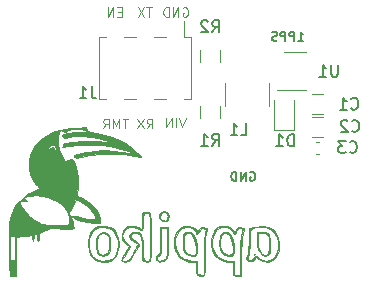
<source format=gbr>
G04 #@! TF.GenerationSoftware,KiCad,Pcbnew,5.1.5-52549c5~84~ubuntu18.04.1*
G04 #@! TF.CreationDate,2020-03-23T20:50:24+05:30*
G04 #@! TF.ProjectId,L80_adapter,4c38305f-6164-4617-9074-65722e6b6963,rev?*
G04 #@! TF.SameCoordinates,Original*
G04 #@! TF.FileFunction,Legend,Bot*
G04 #@! TF.FilePolarity,Positive*
%FSLAX46Y46*%
G04 Gerber Fmt 4.6, Leading zero omitted, Abs format (unit mm)*
G04 Created by KiCad (PCBNEW 5.1.5-52549c5~84~ubuntu18.04.1) date 2020-03-23 20:50:24*
%MOMM*%
%LPD*%
G04 APERTURE LIST*
%ADD10C,0.120000*%
%ADD11C,0.010000*%
%ADD12C,0.150000*%
G04 APERTURE END LIST*
D10*
X100393390Y-97859904D02*
X100126723Y-98659904D01*
X99860057Y-97859904D01*
X99593390Y-98659904D02*
X99593390Y-97859904D01*
X99212438Y-98659904D02*
X99212438Y-97859904D01*
X98755295Y-98659904D01*
X98755295Y-97859904D01*
X97110533Y-98761504D02*
X97377200Y-98380552D01*
X97567676Y-98761504D02*
X97567676Y-97961504D01*
X97262914Y-97961504D01*
X97186723Y-97999600D01*
X97148628Y-98037695D01*
X97110533Y-98113885D01*
X97110533Y-98228171D01*
X97148628Y-98304361D01*
X97186723Y-98342457D01*
X97262914Y-98380552D01*
X97567676Y-98380552D01*
X96843866Y-97961504D02*
X96310533Y-98761504D01*
X96310533Y-97961504D02*
X96843866Y-98761504D01*
X95522914Y-97961504D02*
X95065771Y-97961504D01*
X95294342Y-98761504D02*
X95294342Y-97961504D01*
X94799104Y-98761504D02*
X94799104Y-97961504D01*
X94532438Y-98532933D01*
X94265771Y-97961504D01*
X94265771Y-98761504D01*
X93427676Y-98761504D02*
X93694342Y-98380552D01*
X93884819Y-98761504D02*
X93884819Y-97961504D01*
X93580057Y-97961504D01*
X93503866Y-97999600D01*
X93465771Y-98037695D01*
X93427676Y-98113885D01*
X93427676Y-98228171D01*
X93465771Y-98304361D01*
X93503866Y-98342457D01*
X93580057Y-98380552D01*
X93884819Y-98380552D01*
X94976876Y-88906357D02*
X94710209Y-88906357D01*
X94595923Y-89325404D02*
X94976876Y-89325404D01*
X94976876Y-88525404D01*
X94595923Y-88525404D01*
X94253066Y-89325404D02*
X94253066Y-88525404D01*
X93795923Y-89325404D01*
X93795923Y-88525404D01*
X97535923Y-88512704D02*
X97078780Y-88512704D01*
X97307352Y-89312704D02*
X97307352Y-88512704D01*
X96888304Y-88512704D02*
X96354971Y-89312704D01*
X96354971Y-88512704D02*
X96888304Y-89312704D01*
X100177523Y-88550800D02*
X100253714Y-88512704D01*
X100368000Y-88512704D01*
X100482285Y-88550800D01*
X100558476Y-88626990D01*
X100596571Y-88703180D01*
X100634666Y-88855561D01*
X100634666Y-88969847D01*
X100596571Y-89122228D01*
X100558476Y-89198419D01*
X100482285Y-89274609D01*
X100368000Y-89312704D01*
X100291809Y-89312704D01*
X100177523Y-89274609D01*
X100139428Y-89236514D01*
X100139428Y-88969847D01*
X100291809Y-88969847D01*
X99796571Y-89312704D02*
X99796571Y-88512704D01*
X99339428Y-89312704D01*
X99339428Y-88512704D01*
X98958476Y-89312704D02*
X98958476Y-88512704D01*
X98768000Y-88512704D01*
X98653714Y-88550800D01*
X98577523Y-88626990D01*
X98539428Y-88703180D01*
X98501333Y-88855561D01*
X98501333Y-88969847D01*
X98539428Y-89122228D01*
X98577523Y-89198419D01*
X98653714Y-89274609D01*
X98768000Y-89312704D01*
X98958476Y-89312704D01*
D11*
G36*
X93149086Y-107579963D02*
G01*
X92946113Y-107774263D01*
X92834494Y-108103429D01*
X92812211Y-108571823D01*
X92832168Y-108842677D01*
X92889167Y-109196349D01*
X92987223Y-109411687D01*
X93150960Y-109518892D01*
X93405004Y-109548165D01*
X93407416Y-109548166D01*
X93656738Y-109519206D01*
X93817688Y-109408841D01*
X93880147Y-109324757D01*
X93978524Y-109081345D01*
X94022722Y-108719048D01*
X94023999Y-108656342D01*
X93950538Y-108656342D01*
X93908734Y-108989779D01*
X93818573Y-109241398D01*
X93780592Y-109293513D01*
X93559440Y-109432668D01*
X93309016Y-109442494D01*
X93089629Y-109329481D01*
X93000013Y-109209500D01*
X92910563Y-108915162D01*
X92887040Y-108562437D01*
X92923262Y-108204699D01*
X93013047Y-107895320D01*
X93150213Y-107687673D01*
X93178842Y-107665629D01*
X93409062Y-107603394D01*
X93655466Y-107672336D01*
X93784310Y-107774928D01*
X93888475Y-107987937D01*
X93943835Y-108302068D01*
X93950538Y-108656342D01*
X94023999Y-108656342D01*
X94026530Y-108532166D01*
X93995617Y-108074012D01*
X93897740Y-107761005D01*
X93725188Y-107579667D01*
X93470251Y-107516516D01*
X93445430Y-107516166D01*
X93149086Y-107579963D01*
G37*
X93149086Y-107579963D02*
X92946113Y-107774263D01*
X92834494Y-108103429D01*
X92812211Y-108571823D01*
X92832168Y-108842677D01*
X92889167Y-109196349D01*
X92987223Y-109411687D01*
X93150960Y-109518892D01*
X93405004Y-109548165D01*
X93407416Y-109548166D01*
X93656738Y-109519206D01*
X93817688Y-109408841D01*
X93880147Y-109324757D01*
X93978524Y-109081345D01*
X94022722Y-108719048D01*
X94023999Y-108656342D01*
X93950538Y-108656342D01*
X93908734Y-108989779D01*
X93818573Y-109241398D01*
X93780592Y-109293513D01*
X93559440Y-109432668D01*
X93309016Y-109442494D01*
X93089629Y-109329481D01*
X93000013Y-109209500D01*
X92910563Y-108915162D01*
X92887040Y-108562437D01*
X92923262Y-108204699D01*
X93013047Y-107895320D01*
X93150213Y-107687673D01*
X93178842Y-107665629D01*
X93409062Y-107603394D01*
X93655466Y-107672336D01*
X93784310Y-107774928D01*
X93888475Y-107987937D01*
X93943835Y-108302068D01*
X93950538Y-108656342D01*
X94023999Y-108656342D01*
X94026530Y-108532166D01*
X93995617Y-108074012D01*
X93897740Y-107761005D01*
X93725188Y-107579667D01*
X93470251Y-107516516D01*
X93445430Y-107516166D01*
X93149086Y-107579963D01*
G36*
X106183667Y-109421166D02*
G01*
X106226000Y-109463500D01*
X106268334Y-109421166D01*
X106226000Y-109378833D01*
X106183667Y-109421166D01*
G37*
X106183667Y-109421166D02*
X106226000Y-109463500D01*
X106268334Y-109421166D01*
X106226000Y-109378833D01*
X106183667Y-109421166D01*
G36*
X106450410Y-108272101D02*
G01*
X106474343Y-108672966D01*
X106514785Y-108948398D01*
X106580848Y-109142134D01*
X106657705Y-109266934D01*
X106870655Y-109454783D01*
X107119276Y-109535310D01*
X107349933Y-109498793D01*
X107460879Y-109412527D01*
X107537452Y-109225070D01*
X107578769Y-108926868D01*
X107585827Y-108572585D01*
X107585665Y-108570376D01*
X107496000Y-108570376D01*
X107464807Y-109011750D01*
X107374977Y-109309226D01*
X107232132Y-109457579D01*
X107041896Y-109451584D01*
X106809893Y-109286015D01*
X106769926Y-109245062D01*
X106665285Y-109111814D01*
X106599410Y-108953703D01*
X106560733Y-108724910D01*
X106537687Y-108379615D01*
X106534812Y-108313729D01*
X106504957Y-107600833D01*
X106839190Y-107600833D01*
X107130785Y-107636788D01*
X107326607Y-107759470D01*
X107441713Y-107991103D01*
X107491159Y-108353913D01*
X107496000Y-108570376D01*
X107585665Y-108570376D01*
X107559618Y-108216886D01*
X107501138Y-107914433D01*
X107430549Y-107745632D01*
X107315779Y-107605834D01*
X107170971Y-107537637D01*
X106934890Y-107516811D01*
X106850625Y-107516166D01*
X106420819Y-107516166D01*
X106450410Y-108272101D01*
G37*
X106450410Y-108272101D02*
X106474343Y-108672966D01*
X106514785Y-108948398D01*
X106580848Y-109142134D01*
X106657705Y-109266934D01*
X106870655Y-109454783D01*
X107119276Y-109535310D01*
X107349933Y-109498793D01*
X107460879Y-109412527D01*
X107537452Y-109225070D01*
X107578769Y-108926868D01*
X107585827Y-108572585D01*
X107585665Y-108570376D01*
X107496000Y-108570376D01*
X107464807Y-109011750D01*
X107374977Y-109309226D01*
X107232132Y-109457579D01*
X107041896Y-109451584D01*
X106809893Y-109286015D01*
X106769926Y-109245062D01*
X106665285Y-109111814D01*
X106599410Y-108953703D01*
X106560733Y-108724910D01*
X106537687Y-108379615D01*
X106534812Y-108313729D01*
X106504957Y-107600833D01*
X106839190Y-107600833D01*
X107130785Y-107636788D01*
X107326607Y-107759470D01*
X107441713Y-107991103D01*
X107491159Y-108353913D01*
X107496000Y-108570376D01*
X107585665Y-108570376D01*
X107559618Y-108216886D01*
X107501138Y-107914433D01*
X107430549Y-107745632D01*
X107315779Y-107605834D01*
X107170971Y-107537637D01*
X106934890Y-107516811D01*
X106850625Y-107516166D01*
X106420819Y-107516166D01*
X106450410Y-108272101D01*
G36*
X100442795Y-107544556D02*
G01*
X100293012Y-107639709D01*
X100202331Y-107841272D01*
X100157726Y-108172506D01*
X100147450Y-108456253D01*
X100170752Y-108908484D01*
X100266153Y-109222106D01*
X100447471Y-109417497D01*
X100728526Y-109515035D01*
X100876604Y-109531526D01*
X101118309Y-109538554D01*
X101243766Y-109502619D01*
X101304878Y-109400730D01*
X101323653Y-109333498D01*
X101343044Y-109131705D01*
X101274091Y-109131705D01*
X101244567Y-109330806D01*
X101122616Y-109442295D01*
X100913834Y-109467807D01*
X100673883Y-109412854D01*
X100458423Y-109282950D01*
X100424187Y-109249548D01*
X100315574Y-109110931D01*
X100256000Y-108952182D01*
X100232908Y-108720443D01*
X100232336Y-108442073D01*
X100252218Y-108110365D01*
X100295593Y-107850445D01*
X100347827Y-107720410D01*
X100528587Y-107614844D01*
X100745937Y-107644126D01*
X100954029Y-107795191D01*
X101044099Y-107918809D01*
X101137817Y-108154679D01*
X101213322Y-108477242D01*
X101261713Y-108823813D01*
X101274091Y-109131705D01*
X101343044Y-109131705D01*
X101353431Y-109023626D01*
X101326653Y-108631908D01*
X101253094Y-108232296D01*
X101142528Y-107898746D01*
X101130715Y-107873715D01*
X101003318Y-107662379D01*
X100853703Y-107564050D01*
X100664705Y-107532552D01*
X100442795Y-107544556D01*
G37*
X100442795Y-107544556D02*
X100293012Y-107639709D01*
X100202331Y-107841272D01*
X100157726Y-108172506D01*
X100147450Y-108456253D01*
X100170752Y-108908484D01*
X100266153Y-109222106D01*
X100447471Y-109417497D01*
X100728526Y-109515035D01*
X100876604Y-109531526D01*
X101118309Y-109538554D01*
X101243766Y-109502619D01*
X101304878Y-109400730D01*
X101323653Y-109333498D01*
X101343044Y-109131705D01*
X101274091Y-109131705D01*
X101244567Y-109330806D01*
X101122616Y-109442295D01*
X100913834Y-109467807D01*
X100673883Y-109412854D01*
X100458423Y-109282950D01*
X100424187Y-109249548D01*
X100315574Y-109110931D01*
X100256000Y-108952182D01*
X100232908Y-108720443D01*
X100232336Y-108442073D01*
X100252218Y-108110365D01*
X100295593Y-107850445D01*
X100347827Y-107720410D01*
X100528587Y-107614844D01*
X100745937Y-107644126D01*
X100954029Y-107795191D01*
X101044099Y-107918809D01*
X101137817Y-108154679D01*
X101213322Y-108477242D01*
X101261713Y-108823813D01*
X101274091Y-109131705D01*
X101343044Y-109131705D01*
X101353431Y-109023626D01*
X101326653Y-108631908D01*
X101253094Y-108232296D01*
X101142528Y-107898746D01*
X101130715Y-107873715D01*
X101003318Y-107662379D01*
X100853703Y-107564050D01*
X100664705Y-107532552D01*
X100442795Y-107544556D01*
G36*
X103581282Y-107538584D02*
G01*
X103438011Y-107619754D01*
X103343848Y-107805692D01*
X103275082Y-108126029D01*
X103263681Y-108199519D01*
X103250349Y-108570921D01*
X103306102Y-108945637D01*
X103417576Y-109261384D01*
X103524952Y-109417356D01*
X103708289Y-109508349D01*
X103992845Y-109547707D01*
X104029102Y-109548166D01*
X104266928Y-109536209D01*
X104389330Y-109482168D01*
X104449569Y-109358789D01*
X104457456Y-109328971D01*
X104476193Y-109131746D01*
X104406768Y-109131746D01*
X104377234Y-109330806D01*
X104257367Y-109435387D01*
X104048060Y-109466404D01*
X103810733Y-109427203D01*
X103606804Y-109321131D01*
X103570347Y-109286840D01*
X103438801Y-109077792D01*
X103351440Y-108820567D01*
X103350795Y-108817170D01*
X103326946Y-108520595D01*
X103348543Y-108198282D01*
X103406719Y-107909323D01*
X103492603Y-107712810D01*
X103521211Y-107681728D01*
X103726165Y-107607342D01*
X103949003Y-107675990D01*
X104147507Y-107872401D01*
X104176619Y-107918809D01*
X104270406Y-108154664D01*
X104345966Y-108477236D01*
X104394389Y-108823828D01*
X104406768Y-109131746D01*
X104476193Y-109131746D01*
X104486516Y-109023095D01*
X104459718Y-108634686D01*
X104386870Y-108237295D01*
X104277781Y-107904471D01*
X104263382Y-107873715D01*
X104135985Y-107662379D01*
X103986370Y-107564050D01*
X103797371Y-107532552D01*
X103581282Y-107538584D01*
G37*
X103581282Y-107538584D02*
X103438011Y-107619754D01*
X103343848Y-107805692D01*
X103275082Y-108126029D01*
X103263681Y-108199519D01*
X103250349Y-108570921D01*
X103306102Y-108945637D01*
X103417576Y-109261384D01*
X103524952Y-109417356D01*
X103708289Y-109508349D01*
X103992845Y-109547707D01*
X104029102Y-109548166D01*
X104266928Y-109536209D01*
X104389330Y-109482168D01*
X104449569Y-109358789D01*
X104457456Y-109328971D01*
X104476193Y-109131746D01*
X104406768Y-109131746D01*
X104377234Y-109330806D01*
X104257367Y-109435387D01*
X104048060Y-109466404D01*
X103810733Y-109427203D01*
X103606804Y-109321131D01*
X103570347Y-109286840D01*
X103438801Y-109077792D01*
X103351440Y-108820567D01*
X103350795Y-108817170D01*
X103326946Y-108520595D01*
X103348543Y-108198282D01*
X103406719Y-107909323D01*
X103492603Y-107712810D01*
X103521211Y-107681728D01*
X103726165Y-107607342D01*
X103949003Y-107675990D01*
X104147507Y-107872401D01*
X104176619Y-107918809D01*
X104270406Y-108154664D01*
X104345966Y-108477236D01*
X104394389Y-108823828D01*
X104406768Y-109131746D01*
X104476193Y-109131746D01*
X104486516Y-109023095D01*
X104459718Y-108634686D01*
X104386870Y-108237295D01*
X104277781Y-107904471D01*
X104263382Y-107873715D01*
X104135985Y-107662379D01*
X103986370Y-107564050D01*
X103797371Y-107532552D01*
X103581282Y-107538584D01*
G36*
X98315448Y-105863642D02*
G01*
X98163103Y-106039640D01*
X98131253Y-106275959D01*
X98205978Y-106472287D01*
X98359765Y-106582564D01*
X98588456Y-106629144D01*
X98804820Y-106597167D01*
X98838834Y-106580098D01*
X98949102Y-106428620D01*
X98982345Y-106210955D01*
X98878827Y-106210955D01*
X98846497Y-106412651D01*
X98816755Y-106458932D01*
X98679909Y-106569492D01*
X98516498Y-106556750D01*
X98388768Y-106497187D01*
X98251832Y-106350988D01*
X98234516Y-106164829D01*
X98312991Y-105988728D01*
X98463427Y-105872705D01*
X98661998Y-105866780D01*
X98685265Y-105874809D01*
X98818883Y-106004132D01*
X98878827Y-106210955D01*
X98982345Y-106210955D01*
X98984245Y-106198518D01*
X98936219Y-105966648D01*
X98908486Y-105914555D01*
X98776829Y-105830176D01*
X98565921Y-105794615D01*
X98563667Y-105794611D01*
X98315448Y-105863642D01*
G37*
X98315448Y-105863642D02*
X98163103Y-106039640D01*
X98131253Y-106275959D01*
X98205978Y-106472287D01*
X98359765Y-106582564D01*
X98588456Y-106629144D01*
X98804820Y-106597167D01*
X98838834Y-106580098D01*
X98949102Y-106428620D01*
X98982345Y-106210955D01*
X98878827Y-106210955D01*
X98846497Y-106412651D01*
X98816755Y-106458932D01*
X98679909Y-106569492D01*
X98516498Y-106556750D01*
X98388768Y-106497187D01*
X98251832Y-106350988D01*
X98234516Y-106164829D01*
X98312991Y-105988728D01*
X98463427Y-105872705D01*
X98661998Y-105866780D01*
X98685265Y-105874809D01*
X98818883Y-106004132D01*
X98878827Y-106210955D01*
X98982345Y-106210955D01*
X98984245Y-106198518D01*
X98936219Y-105966648D01*
X98908486Y-105914555D01*
X98776829Y-105830176D01*
X98565921Y-105794615D01*
X98563667Y-105794611D01*
X98315448Y-105863642D01*
G36*
X92979214Y-107053587D02*
G01*
X92611458Y-107193809D01*
X92352150Y-107456229D01*
X92195121Y-107847719D01*
X92134199Y-108375151D01*
X92133067Y-108508280D01*
X92186593Y-109065420D01*
X92342056Y-109490187D01*
X92605081Y-109789485D01*
X92981291Y-109970214D01*
X93376696Y-110034680D01*
X93742459Y-110034641D01*
X94021187Y-109969697D01*
X94161000Y-109903587D01*
X94426057Y-109667704D01*
X94611077Y-109321241D01*
X94715144Y-108903328D01*
X94722290Y-108758363D01*
X94653627Y-108758363D01*
X94570773Y-109180982D01*
X94393154Y-109543245D01*
X94131977Y-109797400D01*
X93771592Y-109938291D01*
X93358403Y-109963053D01*
X92963108Y-109871401D01*
X92826727Y-109802624D01*
X92513268Y-109545590D01*
X92317453Y-109214546D01*
X92225424Y-108780184D01*
X92213984Y-108506795D01*
X92247185Y-108027282D01*
X92357149Y-107668941D01*
X92558509Y-107395422D01*
X92712293Y-107268841D01*
X93036114Y-107129485D01*
X93428054Y-107092419D01*
X93821113Y-107157873D01*
X94060090Y-107264232D01*
X94344947Y-107528323D01*
X94539579Y-107892038D01*
X94642851Y-108315383D01*
X94653627Y-108758363D01*
X94722290Y-108758363D01*
X94737340Y-108453099D01*
X94676748Y-108009684D01*
X94532452Y-107612215D01*
X94303534Y-107299825D01*
X94223589Y-107232513D01*
X93953682Y-107102910D01*
X93561814Y-107035668D01*
X93461589Y-107028691D01*
X92979214Y-107053587D01*
G37*
X92979214Y-107053587D02*
X92611458Y-107193809D01*
X92352150Y-107456229D01*
X92195121Y-107847719D01*
X92134199Y-108375151D01*
X92133067Y-108508280D01*
X92186593Y-109065420D01*
X92342056Y-109490187D01*
X92605081Y-109789485D01*
X92981291Y-109970214D01*
X93376696Y-110034680D01*
X93742459Y-110034641D01*
X94021187Y-109969697D01*
X94161000Y-109903587D01*
X94426057Y-109667704D01*
X94611077Y-109321241D01*
X94715144Y-108903328D01*
X94722290Y-108758363D01*
X94653627Y-108758363D01*
X94570773Y-109180982D01*
X94393154Y-109543245D01*
X94131977Y-109797400D01*
X93771592Y-109938291D01*
X93358403Y-109963053D01*
X92963108Y-109871401D01*
X92826727Y-109802624D01*
X92513268Y-109545590D01*
X92317453Y-109214546D01*
X92225424Y-108780184D01*
X92213984Y-108506795D01*
X92247185Y-108027282D01*
X92357149Y-107668941D01*
X92558509Y-107395422D01*
X92712293Y-107268841D01*
X93036114Y-107129485D01*
X93428054Y-107092419D01*
X93821113Y-107157873D01*
X94060090Y-107264232D01*
X94344947Y-107528323D01*
X94539579Y-107892038D01*
X94642851Y-108315383D01*
X94653627Y-108758363D01*
X94722290Y-108758363D01*
X94737340Y-108453099D01*
X94676748Y-108009684D01*
X94532452Y-107612215D01*
X94303534Y-107299825D01*
X94223589Y-107232513D01*
X93953682Y-107102910D01*
X93561814Y-107035668D01*
X93461589Y-107028691D01*
X92979214Y-107053587D01*
G36*
X96806834Y-105813461D02*
G01*
X96751944Y-105875394D01*
X96718013Y-106061548D01*
X96702573Y-106390042D01*
X96701000Y-106590880D01*
X96698347Y-106950263D01*
X96686930Y-107165876D01*
X96661560Y-107263246D01*
X96617051Y-107267897D01*
X96571279Y-107229206D01*
X96348320Y-107101591D01*
X96026794Y-107030824D01*
X95671349Y-107028648D01*
X95557360Y-107045034D01*
X95254713Y-107178572D01*
X95057810Y-107435754D01*
X94978531Y-107799284D01*
X94977965Y-107888530D01*
X95010987Y-108137560D01*
X95120775Y-108329449D01*
X95287207Y-108491101D01*
X95587455Y-108750645D01*
X95248806Y-109283276D01*
X95090362Y-109556818D01*
X94985383Y-109786159D01*
X94953896Y-109926613D01*
X94956255Y-109936037D01*
X95069809Y-110025415D01*
X95272266Y-110052533D01*
X95494481Y-110015915D01*
X95626445Y-109950333D01*
X95738695Y-109825801D01*
X95895731Y-109601765D01*
X96071041Y-109322849D01*
X96238114Y-109033683D01*
X96370439Y-108778891D01*
X96441504Y-108603102D01*
X96447000Y-108569083D01*
X96377378Y-108460788D01*
X96206286Y-108342147D01*
X96171049Y-108324497D01*
X95906575Y-108155084D01*
X95755885Y-107965563D01*
X95738588Y-107785815D01*
X95775173Y-107721198D01*
X95964950Y-107609998D01*
X96206298Y-107617569D01*
X96438831Y-107735646D01*
X96525522Y-107823918D01*
X96603495Y-107942328D01*
X96654553Y-108084918D01*
X96684171Y-108288400D01*
X96697826Y-108589485D01*
X96701000Y-109000192D01*
X96704744Y-109426429D01*
X96718517Y-109712072D01*
X96746138Y-109885748D01*
X96791421Y-109976083D01*
X96834925Y-110004774D01*
X97135775Y-110046482D01*
X97357167Y-110000093D01*
X97392997Y-109943634D01*
X97420369Y-109796317D01*
X97440104Y-109542407D01*
X97453023Y-109166169D01*
X97459947Y-108651867D01*
X97461704Y-107995944D01*
X97459266Y-107531824D01*
X97378345Y-107531824D01*
X97378334Y-107922731D01*
X97375801Y-108479247D01*
X97368701Y-108978486D01*
X97357780Y-109395749D01*
X97343785Y-109706336D01*
X97327462Y-109885548D01*
X97318002Y-109918942D01*
X97196075Y-109956026D01*
X97042836Y-109954220D01*
X96952605Y-109938786D01*
X96890692Y-109898244D01*
X96850090Y-109803892D01*
X96823793Y-109627028D01*
X96804795Y-109338953D01*
X96786091Y-108910964D01*
X96785667Y-108900673D01*
X96755602Y-108381613D01*
X96707140Y-108008657D01*
X96628819Y-107758721D01*
X96509176Y-107608718D01*
X96336746Y-107535562D01*
X96100066Y-107516167D01*
X96098190Y-107516166D01*
X95830647Y-107572563D01*
X95677831Y-107716753D01*
X95640566Y-107911230D01*
X95719672Y-108118491D01*
X95915973Y-108301033D01*
X96079282Y-108379164D01*
X96266451Y-108462329D01*
X96359918Y-108534198D01*
X96362334Y-108543107D01*
X96321087Y-108646887D01*
X96214170Y-108850359D01*
X96066816Y-109110351D01*
X95904257Y-109383689D01*
X95751729Y-109627201D01*
X95634463Y-109797714D01*
X95614072Y-109823333D01*
X95487243Y-109904962D01*
X95302568Y-109960687D01*
X95124309Y-109979513D01*
X95016730Y-109950444D01*
X95007667Y-109927091D01*
X95049719Y-109839140D01*
X95160836Y-109647460D01*
X95318460Y-109390726D01*
X95346334Y-109346442D01*
X95510071Y-109077050D01*
X95630295Y-108859934D01*
X95684078Y-108736869D01*
X95685000Y-108729439D01*
X95622849Y-108631082D01*
X95469160Y-108490196D01*
X95426745Y-108457741D01*
X95157950Y-108183320D01*
X95049980Y-107882037D01*
X95100179Y-107581893D01*
X95300282Y-107294505D01*
X95591428Y-107129500D01*
X95939656Y-107095040D01*
X96311001Y-107199282D01*
X96428375Y-107262784D01*
X96579130Y-107347575D01*
X96679385Y-107367469D01*
X96740960Y-107299874D01*
X96775670Y-107122201D01*
X96795333Y-106811859D01*
X96805164Y-106542500D01*
X96819949Y-106206101D01*
X96842697Y-106006352D01*
X96883036Y-105910579D01*
X96950596Y-105886105D01*
X96997334Y-105890355D01*
X97118274Y-105909546D01*
X97210477Y-105940328D01*
X97277840Y-106003476D01*
X97324256Y-106119764D01*
X97353620Y-106309969D01*
X97369826Y-106594863D01*
X97376770Y-106995224D01*
X97378345Y-107531824D01*
X97459266Y-107531824D01*
X97458746Y-107432999D01*
X97451159Y-106924751D01*
X97439718Y-106496329D01*
X97425197Y-106172863D01*
X97408373Y-105979485D01*
X97398204Y-105937335D01*
X97263803Y-105855920D01*
X97026177Y-105812280D01*
X96806834Y-105813461D01*
G37*
X96806834Y-105813461D02*
X96751944Y-105875394D01*
X96718013Y-106061548D01*
X96702573Y-106390042D01*
X96701000Y-106590880D01*
X96698347Y-106950263D01*
X96686930Y-107165876D01*
X96661560Y-107263246D01*
X96617051Y-107267897D01*
X96571279Y-107229206D01*
X96348320Y-107101591D01*
X96026794Y-107030824D01*
X95671349Y-107028648D01*
X95557360Y-107045034D01*
X95254713Y-107178572D01*
X95057810Y-107435754D01*
X94978531Y-107799284D01*
X94977965Y-107888530D01*
X95010987Y-108137560D01*
X95120775Y-108329449D01*
X95287207Y-108491101D01*
X95587455Y-108750645D01*
X95248806Y-109283276D01*
X95090362Y-109556818D01*
X94985383Y-109786159D01*
X94953896Y-109926613D01*
X94956255Y-109936037D01*
X95069809Y-110025415D01*
X95272266Y-110052533D01*
X95494481Y-110015915D01*
X95626445Y-109950333D01*
X95738695Y-109825801D01*
X95895731Y-109601765D01*
X96071041Y-109322849D01*
X96238114Y-109033683D01*
X96370439Y-108778891D01*
X96441504Y-108603102D01*
X96447000Y-108569083D01*
X96377378Y-108460788D01*
X96206286Y-108342147D01*
X96171049Y-108324497D01*
X95906575Y-108155084D01*
X95755885Y-107965563D01*
X95738588Y-107785815D01*
X95775173Y-107721198D01*
X95964950Y-107609998D01*
X96206298Y-107617569D01*
X96438831Y-107735646D01*
X96525522Y-107823918D01*
X96603495Y-107942328D01*
X96654553Y-108084918D01*
X96684171Y-108288400D01*
X96697826Y-108589485D01*
X96701000Y-109000192D01*
X96704744Y-109426429D01*
X96718517Y-109712072D01*
X96746138Y-109885748D01*
X96791421Y-109976083D01*
X96834925Y-110004774D01*
X97135775Y-110046482D01*
X97357167Y-110000093D01*
X97392997Y-109943634D01*
X97420369Y-109796317D01*
X97440104Y-109542407D01*
X97453023Y-109166169D01*
X97459947Y-108651867D01*
X97461704Y-107995944D01*
X97459266Y-107531824D01*
X97378345Y-107531824D01*
X97378334Y-107922731D01*
X97375801Y-108479247D01*
X97368701Y-108978486D01*
X97357780Y-109395749D01*
X97343785Y-109706336D01*
X97327462Y-109885548D01*
X97318002Y-109918942D01*
X97196075Y-109956026D01*
X97042836Y-109954220D01*
X96952605Y-109938786D01*
X96890692Y-109898244D01*
X96850090Y-109803892D01*
X96823793Y-109627028D01*
X96804795Y-109338953D01*
X96786091Y-108910964D01*
X96785667Y-108900673D01*
X96755602Y-108381613D01*
X96707140Y-108008657D01*
X96628819Y-107758721D01*
X96509176Y-107608718D01*
X96336746Y-107535562D01*
X96100066Y-107516167D01*
X96098190Y-107516166D01*
X95830647Y-107572563D01*
X95677831Y-107716753D01*
X95640566Y-107911230D01*
X95719672Y-108118491D01*
X95915973Y-108301033D01*
X96079282Y-108379164D01*
X96266451Y-108462329D01*
X96359918Y-108534198D01*
X96362334Y-108543107D01*
X96321087Y-108646887D01*
X96214170Y-108850359D01*
X96066816Y-109110351D01*
X95904257Y-109383689D01*
X95751729Y-109627201D01*
X95634463Y-109797714D01*
X95614072Y-109823333D01*
X95487243Y-109904962D01*
X95302568Y-109960687D01*
X95124309Y-109979513D01*
X95016730Y-109950444D01*
X95007667Y-109927091D01*
X95049719Y-109839140D01*
X95160836Y-109647460D01*
X95318460Y-109390726D01*
X95346334Y-109346442D01*
X95510071Y-109077050D01*
X95630295Y-108859934D01*
X95684078Y-108736869D01*
X95685000Y-108729439D01*
X95622849Y-108631082D01*
X95469160Y-108490196D01*
X95426745Y-108457741D01*
X95157950Y-108183320D01*
X95049980Y-107882037D01*
X95100179Y-107581893D01*
X95300282Y-107294505D01*
X95591428Y-107129500D01*
X95939656Y-107095040D01*
X96311001Y-107199282D01*
X96428375Y-107262784D01*
X96579130Y-107347575D01*
X96679385Y-107367469D01*
X96740960Y-107299874D01*
X96775670Y-107122201D01*
X96795333Y-106811859D01*
X96805164Y-106542500D01*
X96819949Y-106206101D01*
X96842697Y-106006352D01*
X96883036Y-105910579D01*
X96950596Y-105886105D01*
X96997334Y-105890355D01*
X97118274Y-105909546D01*
X97210477Y-105940328D01*
X97277840Y-106003476D01*
X97324256Y-106119764D01*
X97353620Y-106309969D01*
X97369826Y-106594863D01*
X97376770Y-106995224D01*
X97378345Y-107531824D01*
X97459266Y-107531824D01*
X97458746Y-107432999D01*
X97451159Y-106924751D01*
X97439718Y-106496329D01*
X97425197Y-106172863D01*
X97408373Y-105979485D01*
X97398204Y-105937335D01*
X97263803Y-105855920D01*
X97026177Y-105812280D01*
X96806834Y-105813461D01*
G36*
X98225000Y-108243759D02*
G01*
X98223283Y-108707175D01*
X98215667Y-109028564D01*
X98198458Y-109235218D01*
X98167963Y-109354429D01*
X98120486Y-109413490D01*
X98063495Y-109436920D01*
X97905174Y-109550461D01*
X97855436Y-109735246D01*
X97931849Y-109919727D01*
X97942252Y-109930656D01*
X98161908Y-110040165D01*
X98438586Y-110024590D01*
X98606000Y-109954994D01*
X98768600Y-109839391D01*
X98837537Y-109767069D01*
X98859260Y-109654026D01*
X98877851Y-109403502D01*
X98891849Y-109047338D01*
X98899793Y-108617378D01*
X98901037Y-108384000D01*
X98902248Y-107177500D01*
X98817667Y-107177500D01*
X98817667Y-108401868D01*
X98816126Y-108883657D01*
X98808889Y-109225684D01*
X98792034Y-109457508D01*
X98761641Y-109608690D01*
X98713789Y-109708792D01*
X98644556Y-109787374D01*
X98632369Y-109798868D01*
X98396708Y-109940485D01*
X98157606Y-109960433D01*
X97994550Y-109876516D01*
X97936602Y-109732657D01*
X97987724Y-109596878D01*
X98098000Y-109548166D01*
X98179642Y-109524242D01*
X98237809Y-109437198D01*
X98276179Y-109264125D01*
X98298427Y-108982115D01*
X98308229Y-108568259D01*
X98309667Y-108228908D01*
X98309667Y-107177500D01*
X98817667Y-107177500D01*
X98902248Y-107177500D01*
X98902334Y-107092833D01*
X98225000Y-107092833D01*
X98225000Y-108243759D01*
G37*
X98225000Y-108243759D02*
X98223283Y-108707175D01*
X98215667Y-109028564D01*
X98198458Y-109235218D01*
X98167963Y-109354429D01*
X98120486Y-109413490D01*
X98063495Y-109436920D01*
X97905174Y-109550461D01*
X97855436Y-109735246D01*
X97931849Y-109919727D01*
X97942252Y-109930656D01*
X98161908Y-110040165D01*
X98438586Y-110024590D01*
X98606000Y-109954994D01*
X98768600Y-109839391D01*
X98837537Y-109767069D01*
X98859260Y-109654026D01*
X98877851Y-109403502D01*
X98891849Y-109047338D01*
X98899793Y-108617378D01*
X98901037Y-108384000D01*
X98902248Y-107177500D01*
X98817667Y-107177500D01*
X98817667Y-108401868D01*
X98816126Y-108883657D01*
X98808889Y-109225684D01*
X98792034Y-109457508D01*
X98761641Y-109608690D01*
X98713789Y-109708792D01*
X98644556Y-109787374D01*
X98632369Y-109798868D01*
X98396708Y-109940485D01*
X98157606Y-109960433D01*
X97994550Y-109876516D01*
X97936602Y-109732657D01*
X97987724Y-109596878D01*
X98098000Y-109548166D01*
X98179642Y-109524242D01*
X98237809Y-109437198D01*
X98276179Y-109264125D01*
X98298427Y-108982115D01*
X98308229Y-108568259D01*
X98309667Y-108228908D01*
X98309667Y-107177500D01*
X98817667Y-107177500D01*
X98902248Y-107177500D01*
X98902334Y-107092833D01*
X98225000Y-107092833D01*
X98225000Y-108243759D01*
G36*
X106249265Y-107087152D02*
G01*
X106187835Y-107099849D01*
X105760334Y-107191531D01*
X105758314Y-108052349D01*
X105749190Y-108543643D01*
X105719058Y-108928942D01*
X105659799Y-109271093D01*
X105563293Y-109632942D01*
X105547318Y-109685587D01*
X105538238Y-109818753D01*
X105638348Y-109908986D01*
X105773608Y-109963440D01*
X106001425Y-110007438D01*
X106159349Y-109930974D01*
X106290605Y-109711228D01*
X106302295Y-109684326D01*
X106375801Y-109658496D01*
X106460415Y-109735338D01*
X106702503Y-109917108D01*
X107035538Y-110025483D01*
X107391417Y-110045187D01*
X107623000Y-109996101D01*
X107922459Y-109798754D01*
X108141053Y-109467327D01*
X108269241Y-109021318D01*
X108300334Y-108612005D01*
X108298129Y-108591225D01*
X108215667Y-108591225D01*
X108194265Y-108947012D01*
X108137591Y-109248362D01*
X108090359Y-109375562D01*
X107846991Y-109701643D01*
X107536376Y-109903687D01*
X107192659Y-109968158D01*
X106849986Y-109881525D01*
X106834268Y-109873396D01*
X106640251Y-109731300D01*
X106541184Y-109622943D01*
X106405275Y-109526131D01*
X106263359Y-109537694D01*
X106185499Y-109647655D01*
X106183667Y-109673858D01*
X106113983Y-109834949D01*
X105944501Y-109906389D01*
X105792171Y-109883758D01*
X105691613Y-109834656D01*
X105652830Y-109757478D01*
X105670091Y-109605605D01*
X105728671Y-109367057D01*
X105781235Y-109075457D01*
X105821439Y-108683073D01*
X105843000Y-108258344D01*
X105845000Y-108099440D01*
X105847008Y-107698398D01*
X105871414Y-107434728D01*
X105945791Y-107276547D01*
X106097713Y-107191972D01*
X106354753Y-107149119D01*
X106691667Y-107120452D01*
X107011514Y-107103354D01*
X107227907Y-107123909D01*
X107404743Y-107193941D01*
X107536319Y-107276757D01*
X107897443Y-107587738D01*
X108114772Y-107945662D01*
X108208368Y-108389350D01*
X108215667Y-108591225D01*
X108298129Y-108591225D01*
X108240377Y-108047040D01*
X108062893Y-107602988D01*
X107771461Y-107282412D01*
X107369659Y-107087872D01*
X106861068Y-107021932D01*
X106249265Y-107087152D01*
G37*
X106249265Y-107087152D02*
X106187835Y-107099849D01*
X105760334Y-107191531D01*
X105758314Y-108052349D01*
X105749190Y-108543643D01*
X105719058Y-108928942D01*
X105659799Y-109271093D01*
X105563293Y-109632942D01*
X105547318Y-109685587D01*
X105538238Y-109818753D01*
X105638348Y-109908986D01*
X105773608Y-109963440D01*
X106001425Y-110007438D01*
X106159349Y-109930974D01*
X106290605Y-109711228D01*
X106302295Y-109684326D01*
X106375801Y-109658496D01*
X106460415Y-109735338D01*
X106702503Y-109917108D01*
X107035538Y-110025483D01*
X107391417Y-110045187D01*
X107623000Y-109996101D01*
X107922459Y-109798754D01*
X108141053Y-109467327D01*
X108269241Y-109021318D01*
X108300334Y-108612005D01*
X108298129Y-108591225D01*
X108215667Y-108591225D01*
X108194265Y-108947012D01*
X108137591Y-109248362D01*
X108090359Y-109375562D01*
X107846991Y-109701643D01*
X107536376Y-109903687D01*
X107192659Y-109968158D01*
X106849986Y-109881525D01*
X106834268Y-109873396D01*
X106640251Y-109731300D01*
X106541184Y-109622943D01*
X106405275Y-109526131D01*
X106263359Y-109537694D01*
X106185499Y-109647655D01*
X106183667Y-109673858D01*
X106113983Y-109834949D01*
X105944501Y-109906389D01*
X105792171Y-109883758D01*
X105691613Y-109834656D01*
X105652830Y-109757478D01*
X105670091Y-109605605D01*
X105728671Y-109367057D01*
X105781235Y-109075457D01*
X105821439Y-108683073D01*
X105843000Y-108258344D01*
X105845000Y-108099440D01*
X105847008Y-107698398D01*
X105871414Y-107434728D01*
X105945791Y-107276547D01*
X106097713Y-107191972D01*
X106354753Y-107149119D01*
X106691667Y-107120452D01*
X107011514Y-107103354D01*
X107227907Y-107123909D01*
X107404743Y-107193941D01*
X107536319Y-107276757D01*
X107897443Y-107587738D01*
X108114772Y-107945662D01*
X108208368Y-108389350D01*
X108215667Y-108591225D01*
X108298129Y-108591225D01*
X108240377Y-108047040D01*
X108062893Y-107602988D01*
X107771461Y-107282412D01*
X107369659Y-107087872D01*
X106861068Y-107021932D01*
X106249265Y-107087152D01*
G36*
X100275363Y-107040834D02*
G01*
X99948545Y-107166041D01*
X99698949Y-107416022D01*
X99527550Y-107778101D01*
X99440249Y-108211256D01*
X99442946Y-108674459D01*
X99541543Y-109126688D01*
X99634707Y-109347905D01*
X99880832Y-109660078D01*
X100240317Y-109898059D01*
X100663775Y-110034418D01*
X100909940Y-110056166D01*
X101273000Y-110056166D01*
X101273000Y-110597441D01*
X101283732Y-110915153D01*
X101321133Y-111099134D01*
X101393008Y-111183930D01*
X101406925Y-111190108D01*
X101615203Y-111234502D01*
X101832867Y-111233581D01*
X101975315Y-111188093D01*
X101978556Y-111185055D01*
X101996212Y-111086457D01*
X102011610Y-110845791D01*
X102023823Y-110490316D01*
X102031927Y-110047291D01*
X102034996Y-109543976D01*
X102035000Y-109522711D01*
X102040617Y-108904607D01*
X102056668Y-108373927D01*
X102081955Y-107954267D01*
X102115279Y-107669222D01*
X102133232Y-107588943D01*
X102194265Y-107353356D01*
X102192315Y-107340774D01*
X102095927Y-107340774D01*
X102081734Y-107493098D01*
X102046453Y-107604375D01*
X102010612Y-107798137D01*
X101982205Y-108140974D01*
X101962242Y-108612746D01*
X101951731Y-109193317D01*
X101950334Y-109523831D01*
X101950334Y-111167562D01*
X101400000Y-111114500D01*
X101349930Y-109971500D01*
X100964428Y-109971500D01*
X100648684Y-109938784D01*
X100345666Y-109857563D01*
X100283407Y-109831267D01*
X99955266Y-109600346D01*
X99719771Y-109283237D01*
X99574258Y-108909071D01*
X99516064Y-108506978D01*
X99542525Y-108106091D01*
X99650977Y-107735541D01*
X99838756Y-107424458D01*
X100103199Y-107201973D01*
X100441640Y-107097219D01*
X100533819Y-107092833D01*
X100788722Y-107140442D01*
X101032623Y-107260372D01*
X101211711Y-107418275D01*
X101273000Y-107564645D01*
X101314155Y-107663456D01*
X101411803Y-107641369D01*
X101527219Y-107517512D01*
X101585398Y-107410333D01*
X101719165Y-107219986D01*
X101890469Y-107191701D01*
X102025286Y-107254371D01*
X102095927Y-107340774D01*
X102192315Y-107340774D01*
X102174839Y-107228065D01*
X102047614Y-107162580D01*
X101882452Y-107125823D01*
X101688297Y-107107487D01*
X101584086Y-107180153D01*
X101529001Y-107299238D01*
X101442751Y-107526093D01*
X101247060Y-107298590D01*
X100985520Y-107112577D01*
X100641662Y-107024621D01*
X100275363Y-107040834D01*
G37*
X100275363Y-107040834D02*
X99948545Y-107166041D01*
X99698949Y-107416022D01*
X99527550Y-107778101D01*
X99440249Y-108211256D01*
X99442946Y-108674459D01*
X99541543Y-109126688D01*
X99634707Y-109347905D01*
X99880832Y-109660078D01*
X100240317Y-109898059D01*
X100663775Y-110034418D01*
X100909940Y-110056166D01*
X101273000Y-110056166D01*
X101273000Y-110597441D01*
X101283732Y-110915153D01*
X101321133Y-111099134D01*
X101393008Y-111183930D01*
X101406925Y-111190108D01*
X101615203Y-111234502D01*
X101832867Y-111233581D01*
X101975315Y-111188093D01*
X101978556Y-111185055D01*
X101996212Y-111086457D01*
X102011610Y-110845791D01*
X102023823Y-110490316D01*
X102031927Y-110047291D01*
X102034996Y-109543976D01*
X102035000Y-109522711D01*
X102040617Y-108904607D01*
X102056668Y-108373927D01*
X102081955Y-107954267D01*
X102115279Y-107669222D01*
X102133232Y-107588943D01*
X102194265Y-107353356D01*
X102192315Y-107340774D01*
X102095927Y-107340774D01*
X102081734Y-107493098D01*
X102046453Y-107604375D01*
X102010612Y-107798137D01*
X101982205Y-108140974D01*
X101962242Y-108612746D01*
X101951731Y-109193317D01*
X101950334Y-109523831D01*
X101950334Y-111167562D01*
X101400000Y-111114500D01*
X101349930Y-109971500D01*
X100964428Y-109971500D01*
X100648684Y-109938784D01*
X100345666Y-109857563D01*
X100283407Y-109831267D01*
X99955266Y-109600346D01*
X99719771Y-109283237D01*
X99574258Y-108909071D01*
X99516064Y-108506978D01*
X99542525Y-108106091D01*
X99650977Y-107735541D01*
X99838756Y-107424458D01*
X100103199Y-107201973D01*
X100441640Y-107097219D01*
X100533819Y-107092833D01*
X100788722Y-107140442D01*
X101032623Y-107260372D01*
X101211711Y-107418275D01*
X101273000Y-107564645D01*
X101314155Y-107663456D01*
X101411803Y-107641369D01*
X101527219Y-107517512D01*
X101585398Y-107410333D01*
X101719165Y-107219986D01*
X101890469Y-107191701D01*
X102025286Y-107254371D01*
X102095927Y-107340774D01*
X102192315Y-107340774D01*
X102174839Y-107228065D01*
X102047614Y-107162580D01*
X101882452Y-107125823D01*
X101688297Y-107107487D01*
X101584086Y-107180153D01*
X101529001Y-107299238D01*
X101442751Y-107526093D01*
X101247060Y-107298590D01*
X100985520Y-107112577D01*
X100641662Y-107024621D01*
X100275363Y-107040834D01*
G36*
X103285943Y-107066374D02*
G01*
X102999377Y-107210119D01*
X102911757Y-107293766D01*
X102689470Y-107666663D01*
X102573087Y-108113738D01*
X102559307Y-108591354D01*
X102644828Y-109055875D01*
X102826348Y-109463665D01*
X103099098Y-109769969D01*
X103386887Y-109930592D01*
X103756708Y-110018101D01*
X103891053Y-110033021D01*
X104398452Y-110079030D01*
X104448000Y-111199166D01*
X104754596Y-111224794D01*
X105061191Y-111250421D01*
X105106524Y-109573794D01*
X105128356Y-108960733D01*
X105157746Y-108427097D01*
X105192821Y-107997440D01*
X105231708Y-107696318D01*
X105258612Y-107579738D01*
X105325771Y-107348818D01*
X105319155Y-107307964D01*
X105218603Y-107307964D01*
X105214088Y-107460828D01*
X105112899Y-107939837D01*
X105043524Y-108579211D01*
X105006494Y-109372898D01*
X105000036Y-109908000D01*
X104998334Y-111156833D01*
X104490334Y-111156833D01*
X104490334Y-109991852D01*
X103997964Y-109956237D01*
X103503365Y-109857620D01*
X103122857Y-109637553D01*
X102845919Y-109289243D01*
X102788994Y-109175542D01*
X102644217Y-108684804D01*
X102639761Y-108192312D01*
X102770812Y-107737215D01*
X103009399Y-107382575D01*
X103222463Y-107190918D01*
X103427400Y-107107221D01*
X103621080Y-107092833D01*
X103903643Y-107138532D01*
X104161712Y-107255602D01*
X104345333Y-107414001D01*
X104405667Y-107564645D01*
X104473575Y-107671530D01*
X104532667Y-107685500D01*
X104637709Y-107615607D01*
X104659667Y-107526533D01*
X104730514Y-107322476D01*
X104905928Y-107212963D01*
X105086678Y-107221000D01*
X105218603Y-107307964D01*
X105319155Y-107307964D01*
X105305862Y-107225886D01*
X105171275Y-107160379D01*
X105010203Y-107124840D01*
X104815375Y-107104919D01*
X104709669Y-107177064D01*
X104640223Y-107329685D01*
X104569843Y-107498968D01*
X104520786Y-107523479D01*
X104457029Y-107417774D01*
X104451178Y-107406062D01*
X104257620Y-107191277D01*
X103965362Y-107060622D01*
X103624704Y-107017764D01*
X103285943Y-107066374D01*
G37*
X103285943Y-107066374D02*
X102999377Y-107210119D01*
X102911757Y-107293766D01*
X102689470Y-107666663D01*
X102573087Y-108113738D01*
X102559307Y-108591354D01*
X102644828Y-109055875D01*
X102826348Y-109463665D01*
X103099098Y-109769969D01*
X103386887Y-109930592D01*
X103756708Y-110018101D01*
X103891053Y-110033021D01*
X104398452Y-110079030D01*
X104448000Y-111199166D01*
X104754596Y-111224794D01*
X105061191Y-111250421D01*
X105106524Y-109573794D01*
X105128356Y-108960733D01*
X105157746Y-108427097D01*
X105192821Y-107997440D01*
X105231708Y-107696318D01*
X105258612Y-107579738D01*
X105325771Y-107348818D01*
X105319155Y-107307964D01*
X105218603Y-107307964D01*
X105214088Y-107460828D01*
X105112899Y-107939837D01*
X105043524Y-108579211D01*
X105006494Y-109372898D01*
X105000036Y-109908000D01*
X104998334Y-111156833D01*
X104490334Y-111156833D01*
X104490334Y-109991852D01*
X103997964Y-109956237D01*
X103503365Y-109857620D01*
X103122857Y-109637553D01*
X102845919Y-109289243D01*
X102788994Y-109175542D01*
X102644217Y-108684804D01*
X102639761Y-108192312D01*
X102770812Y-107737215D01*
X103009399Y-107382575D01*
X103222463Y-107190918D01*
X103427400Y-107107221D01*
X103621080Y-107092833D01*
X103903643Y-107138532D01*
X104161712Y-107255602D01*
X104345333Y-107414001D01*
X104405667Y-107564645D01*
X104473575Y-107671530D01*
X104532667Y-107685500D01*
X104637709Y-107615607D01*
X104659667Y-107526533D01*
X104730514Y-107322476D01*
X104905928Y-107212963D01*
X105086678Y-107221000D01*
X105218603Y-107307964D01*
X105319155Y-107307964D01*
X105305862Y-107225886D01*
X105171275Y-107160379D01*
X105010203Y-107124840D01*
X104815375Y-107104919D01*
X104709669Y-107177064D01*
X104640223Y-107329685D01*
X104569843Y-107498968D01*
X104520786Y-107523479D01*
X104457029Y-107417774D01*
X104451178Y-107406062D01*
X104257620Y-107191277D01*
X103965362Y-107060622D01*
X103624704Y-107017764D01*
X103285943Y-107066374D01*
G36*
X91685652Y-98661966D02*
G01*
X91612638Y-98679116D01*
X91603285Y-98689306D01*
X91561021Y-98703210D01*
X91446571Y-98714491D01*
X91278453Y-98721831D01*
X91115696Y-98723984D01*
X90685270Y-98744864D01*
X90229004Y-98802789D01*
X89775711Y-98892092D01*
X89354204Y-99007101D01*
X88995556Y-99141141D01*
X88568210Y-99368328D01*
X88173659Y-99650219D01*
X87835065Y-99969189D01*
X87704394Y-100123625D01*
X87562573Y-100313631D01*
X87456047Y-100480401D01*
X87366950Y-100655744D01*
X87277417Y-100871473D01*
X87262142Y-100911119D01*
X87214972Y-101042658D01*
X87182470Y-101161099D01*
X87161980Y-101286519D01*
X87150848Y-101438997D01*
X87146420Y-101638612D01*
X87145876Y-101790500D01*
X87147549Y-102028442D01*
X87154332Y-102207093D01*
X87168870Y-102346510D01*
X87193808Y-102466748D01*
X87231791Y-102587862D01*
X87261694Y-102668645D01*
X87365847Y-102920929D01*
X87471950Y-103126642D01*
X87598825Y-103317202D01*
X87765297Y-103524029D01*
X87794576Y-103558085D01*
X87897566Y-103679888D01*
X87973258Y-103774704D01*
X88009751Y-103827404D01*
X88010954Y-103833186D01*
X87965809Y-103853027D01*
X87861210Y-103895733D01*
X87730834Y-103947688D01*
X87371904Y-104119350D01*
X87006195Y-104348072D01*
X86657374Y-104616145D01*
X86349105Y-104905857D01*
X86163421Y-105120647D01*
X85881815Y-105530929D01*
X85673282Y-105948256D01*
X85523741Y-106401697D01*
X85503498Y-106483099D01*
X85482649Y-106616305D01*
X85465324Y-106821711D01*
X85451596Y-107092201D01*
X85441535Y-107420659D01*
X85435216Y-107799967D01*
X85432711Y-108223008D01*
X85434091Y-108682667D01*
X85439429Y-109171826D01*
X85448798Y-109683368D01*
X85462269Y-110210178D01*
X85464754Y-110293546D01*
X85494597Y-111275812D01*
X86009831Y-111275812D01*
X86039674Y-110293546D01*
X86048554Y-109970444D01*
X86056391Y-109626289D01*
X86062767Y-109284338D01*
X86067265Y-108967843D01*
X86069465Y-108700060D01*
X86069616Y-108629103D01*
X86069714Y-107946926D01*
X86262482Y-107926440D01*
X86400601Y-107911803D01*
X86489791Y-107902375D01*
X85979000Y-107902375D01*
X85979000Y-109926437D01*
X85525428Y-109926437D01*
X85525428Y-107902375D01*
X85979000Y-107902375D01*
X86489791Y-107902375D01*
X86591904Y-107891581D01*
X86799512Y-107869671D01*
X86840785Y-107865320D01*
X87031041Y-107843601D01*
X87196778Y-107821702D01*
X87309406Y-107803490D01*
X87328375Y-107799370D01*
X87382789Y-107790314D01*
X87413341Y-107807846D01*
X87426902Y-107867943D01*
X87430342Y-107986580D01*
X87430428Y-108036652D01*
X87436735Y-108173276D01*
X87453490Y-108267022D01*
X87475785Y-108299250D01*
X87499136Y-108262590D01*
X87515242Y-108164544D01*
X87521142Y-108025319D01*
X87522843Y-107880902D01*
X87534021Y-107795602D01*
X87563790Y-107749161D01*
X87621263Y-107721322D01*
X87663982Y-107707819D01*
X87765433Y-107678178D01*
X87821094Y-107664377D01*
X87822732Y-107664250D01*
X87830121Y-107700804D01*
X87835685Y-107797946D01*
X87838483Y-107936890D01*
X87838642Y-107981750D01*
X87841847Y-108144656D01*
X87853474Y-108242422D01*
X87876543Y-108289142D01*
X87906678Y-108299250D01*
X87940775Y-108284797D01*
X87961606Y-108232205D01*
X87971982Y-108127618D01*
X87974714Y-107963815D01*
X87974714Y-107628380D01*
X88360851Y-107470049D01*
X88550088Y-107389193D01*
X88724218Y-107309087D01*
X88855028Y-107242912D01*
X88888909Y-107223293D01*
X88983789Y-107171037D01*
X89065345Y-107154854D01*
X89174441Y-107170357D01*
X89239825Y-107185632D01*
X89396154Y-107211978D01*
X89616703Y-107234191D01*
X89875046Y-107251129D01*
X90144754Y-107261649D01*
X90399398Y-107264609D01*
X90612550Y-107258867D01*
X90719080Y-107249571D01*
X90934705Y-107221278D01*
X90904477Y-106963114D01*
X90872962Y-106786225D01*
X90823913Y-106604798D01*
X90811727Y-106571633D01*
X90496910Y-106571633D01*
X90490499Y-106741249D01*
X90479950Y-106848074D01*
X90460046Y-106908683D01*
X90425571Y-106939654D01*
X90375840Y-106956394D01*
X90252584Y-106971236D01*
X90109160Y-106967003D01*
X90106500Y-106966699D01*
X90009888Y-106959445D01*
X89840852Y-106950838D01*
X89617648Y-106941641D01*
X89358534Y-106932619D01*
X89131321Y-106925868D01*
X88837622Y-106917241D01*
X88618912Y-106908497D01*
X88459490Y-106897711D01*
X88343652Y-106882961D01*
X88255699Y-106862321D01*
X88179927Y-106833867D01*
X88110785Y-106800801D01*
X87598868Y-106501417D01*
X87157505Y-106153053D01*
X86783114Y-105752464D01*
X86499601Y-105343165D01*
X86286556Y-104986612D01*
X86437577Y-104932692D01*
X86627547Y-104897812D01*
X86764297Y-104903355D01*
X86939996Y-104927939D01*
X86845033Y-104822304D01*
X86761146Y-104706160D01*
X86747550Y-104615852D01*
X86809050Y-104546688D01*
X86950453Y-104493974D01*
X87176565Y-104453017D01*
X87230282Y-104446080D01*
X87748117Y-104421867D01*
X88263452Y-104475311D01*
X88768881Y-104604810D01*
X89257004Y-104808763D01*
X89485336Y-104934033D01*
X89840064Y-105170203D01*
X90111061Y-105412029D01*
X90305108Y-105670489D01*
X90428985Y-105956558D01*
X90489471Y-106281213D01*
X90496910Y-106571633D01*
X90811727Y-106571633D01*
X90786272Y-106502356D01*
X90733111Y-106362942D01*
X90724762Y-106288871D01*
X90761982Y-106276103D01*
X90823050Y-106306047D01*
X91196238Y-106492988D01*
X91627243Y-106630949D01*
X92099148Y-106715938D01*
X92595034Y-106743966D01*
X92675143Y-106742906D01*
X93168107Y-106731593D01*
X93157600Y-106486981D01*
X93124689Y-106296709D01*
X92727411Y-106296709D01*
X92715023Y-106376277D01*
X92641548Y-106417601D01*
X92495096Y-106431897D01*
X92409798Y-106432543D01*
X92197157Y-106422259D01*
X91967841Y-106397525D01*
X91852750Y-106378914D01*
X91668479Y-106337839D01*
X91488921Y-106288733D01*
X91399178Y-106258988D01*
X91160778Y-106207246D01*
X90924117Y-106200493D01*
X90630485Y-106209690D01*
X90563775Y-106021732D01*
X90526512Y-105903120D01*
X90522226Y-105826399D01*
X90552065Y-105759130D01*
X90574205Y-105727059D01*
X90656725Y-105600400D01*
X90758087Y-105426889D01*
X90863450Y-105233372D01*
X90957973Y-105046699D01*
X90999490Y-104957727D01*
X91082862Y-104771361D01*
X91285119Y-104850596D01*
X91408062Y-104902758D01*
X91492463Y-104945988D01*
X91511313Y-104960206D01*
X91559678Y-104997926D01*
X91658704Y-105062718D01*
X91743434Y-105114482D01*
X92062584Y-105340240D01*
X92338800Y-105606567D01*
X92556072Y-105895658D01*
X92690598Y-106167683D01*
X92727411Y-106296709D01*
X93124689Y-106296709D01*
X93101539Y-106162873D01*
X92965354Y-105831546D01*
X92756338Y-105506986D01*
X92494366Y-105215173D01*
X92290147Y-105043791D01*
X92042866Y-104873565D01*
X91780030Y-104720948D01*
X91529150Y-104602398D01*
X91383917Y-104550936D01*
X91165508Y-104487461D01*
X91228248Y-104240308D01*
X91298240Y-103840545D01*
X91321053Y-103399736D01*
X91298711Y-102941686D01*
X91233238Y-102490199D01*
X91126657Y-102069079D01*
X91019445Y-101784070D01*
X90935681Y-101594577D01*
X90873356Y-101469000D01*
X90816815Y-101398821D01*
X90750400Y-101375521D01*
X90658457Y-101390582D01*
X90525329Y-101435485D01*
X90436789Y-101467041D01*
X90200114Y-101550216D01*
X90037254Y-101307073D01*
X89838757Y-100948754D01*
X89693922Y-100555941D01*
X89656863Y-100383774D01*
X89416144Y-100383774D01*
X89400580Y-100511452D01*
X89299206Y-100624792D01*
X89222035Y-100671002D01*
X89147029Y-100705763D01*
X89090897Y-100710608D01*
X89017580Y-100681592D01*
X88938553Y-100639997D01*
X88822811Y-100540235D01*
X88789145Y-100416753D01*
X88839801Y-100283527D01*
X88874428Y-100240859D01*
X88993324Y-100168464D01*
X89139162Y-100154077D01*
X89277802Y-100197019D01*
X89343470Y-100250180D01*
X89416144Y-100383774D01*
X89656863Y-100383774D01*
X89605999Y-100147479D01*
X89578232Y-99742211D01*
X89613868Y-99358981D01*
X89665808Y-99151281D01*
X89708529Y-99044592D01*
X89752838Y-98973208D01*
X89764113Y-98963373D01*
X89864142Y-98934552D01*
X89968313Y-98946871D01*
X90033219Y-98994965D01*
X90034034Y-98996740D01*
X90094499Y-99038051D01*
X90205974Y-99028800D01*
X90352488Y-98971961D01*
X90443912Y-98920439D01*
X90512487Y-98883130D01*
X90589015Y-98858315D01*
X90692979Y-98843535D01*
X90843864Y-98836330D01*
X91061155Y-98834242D01*
X91127035Y-98834230D01*
X91362787Y-98835709D01*
X91528725Y-98841592D01*
X91645732Y-98854733D01*
X91734690Y-98877988D01*
X91816484Y-98914211D01*
X91852750Y-98933449D01*
X92034178Y-99032218D01*
X91694000Y-99040998D01*
X91439234Y-99052926D01*
X91159104Y-99074941D01*
X90871651Y-99104664D01*
X90594917Y-99139717D01*
X90346944Y-99177721D01*
X90145771Y-99216299D01*
X90009441Y-99253072D01*
X89975659Y-99267514D01*
X89951745Y-99325045D01*
X89971039Y-99390811D01*
X89991611Y-99462842D01*
X89980645Y-99489831D01*
X89985608Y-99506643D01*
X90026578Y-99531223D01*
X90113772Y-99548001D01*
X90265551Y-99538165D01*
X90446867Y-99509694D01*
X91068714Y-99433034D01*
X91714724Y-99424512D01*
X92392332Y-99484357D01*
X92990828Y-99587512D01*
X93248575Y-99646657D01*
X93484293Y-99711210D01*
X93684495Y-99776375D01*
X93835693Y-99837354D01*
X93924400Y-99889347D01*
X93939358Y-99924933D01*
X93890424Y-99951757D01*
X93876661Y-99948015D01*
X93789819Y-99924702D01*
X93627701Y-99902859D01*
X93405743Y-99883151D01*
X93139378Y-99866242D01*
X92844041Y-99852795D01*
X92535167Y-99843475D01*
X92228189Y-99838946D01*
X91938542Y-99839872D01*
X91681660Y-99846918D01*
X91610314Y-99850492D01*
X91389687Y-99866244D01*
X91142045Y-99889124D01*
X90884301Y-99916955D01*
X90633366Y-99947558D01*
X90406150Y-99978757D01*
X90219566Y-100008375D01*
X90090525Y-100034233D01*
X90036904Y-100053073D01*
X90018726Y-100094663D01*
X89987835Y-100184584D01*
X89978005Y-100215530D01*
X89950773Y-100312224D01*
X89958632Y-100351384D01*
X90012512Y-100351983D01*
X90052636Y-100345095D01*
X90427184Y-100279789D01*
X90741470Y-100230646D01*
X91020731Y-100195462D01*
X91290201Y-100172032D01*
X91575117Y-100158153D01*
X91900713Y-100151619D01*
X92283642Y-100150219D01*
X92670546Y-100152218D01*
X92988559Y-100158680D01*
X93259457Y-100171456D01*
X93505013Y-100192393D01*
X93747004Y-100223342D01*
X94007204Y-100266151D01*
X94302035Y-100321624D01*
X94613280Y-100390693D01*
X94952847Y-100479729D01*
X95283910Y-100578298D01*
X95569639Y-100675970D01*
X95617392Y-100694201D01*
X95934892Y-100818156D01*
X95776142Y-100840074D01*
X95656098Y-100846567D01*
X95573241Y-100833371D01*
X95567862Y-100830497D01*
X95509278Y-100813059D01*
X95496637Y-100817983D01*
X95445925Y-100818776D01*
X95325690Y-100806113D01*
X95155302Y-100782344D01*
X95001882Y-100757915D01*
X94312408Y-100663185D01*
X93687647Y-100620108D01*
X93129365Y-100628792D01*
X93013417Y-100637861D01*
X92617198Y-100679289D01*
X92234224Y-100729479D01*
X91888062Y-100784918D01*
X91602280Y-100842093D01*
X91535250Y-100858197D01*
X91355594Y-100902160D01*
X91173020Y-100944806D01*
X91115119Y-100957743D01*
X90997246Y-100988454D01*
X90951650Y-101019470D01*
X90961111Y-101064060D01*
X90966112Y-101072572D01*
X90992812Y-101139326D01*
X90988272Y-101164470D01*
X90997759Y-101201781D01*
X91023886Y-101225444D01*
X91087617Y-101239783D01*
X91212589Y-101229611D01*
X91408877Y-101193830D01*
X91505219Y-101173078D01*
X92331372Y-101019648D01*
X93154087Y-100924925D01*
X93955681Y-100890360D01*
X94666239Y-100913443D01*
X95172173Y-100956370D01*
X95609572Y-101007530D01*
X96000410Y-101069868D01*
X96314176Y-101134238D01*
X96469657Y-101165635D01*
X96592701Y-101183467D01*
X96652686Y-101184268D01*
X96647569Y-101152006D01*
X96583993Y-101077316D01*
X96472679Y-100969116D01*
X96324344Y-100836324D01*
X96149709Y-100687859D01*
X95959493Y-100532638D01*
X95764415Y-100379581D01*
X95575194Y-100237606D01*
X95402549Y-100115631D01*
X95257199Y-100022574D01*
X95254535Y-100021006D01*
X94926568Y-99841651D01*
X94569036Y-99669063D01*
X94206324Y-99513615D01*
X93862819Y-99385679D01*
X93562907Y-99295629D01*
X93530964Y-99287852D01*
X93181705Y-99209397D01*
X92894420Y-99154431D01*
X92646060Y-99118774D01*
X92536615Y-99107532D01*
X92293766Y-99070654D01*
X92130536Y-99008012D01*
X92039074Y-98914877D01*
X92011500Y-98791213D01*
X92006955Y-98707630D01*
X91976862Y-98668050D01*
X91896538Y-98656023D01*
X91807392Y-98655187D01*
X91685652Y-98661966D01*
G37*
X91685652Y-98661966D02*
X91612638Y-98679116D01*
X91603285Y-98689306D01*
X91561021Y-98703210D01*
X91446571Y-98714491D01*
X91278453Y-98721831D01*
X91115696Y-98723984D01*
X90685270Y-98744864D01*
X90229004Y-98802789D01*
X89775711Y-98892092D01*
X89354204Y-99007101D01*
X88995556Y-99141141D01*
X88568210Y-99368328D01*
X88173659Y-99650219D01*
X87835065Y-99969189D01*
X87704394Y-100123625D01*
X87562573Y-100313631D01*
X87456047Y-100480401D01*
X87366950Y-100655744D01*
X87277417Y-100871473D01*
X87262142Y-100911119D01*
X87214972Y-101042658D01*
X87182470Y-101161099D01*
X87161980Y-101286519D01*
X87150848Y-101438997D01*
X87146420Y-101638612D01*
X87145876Y-101790500D01*
X87147549Y-102028442D01*
X87154332Y-102207093D01*
X87168870Y-102346510D01*
X87193808Y-102466748D01*
X87231791Y-102587862D01*
X87261694Y-102668645D01*
X87365847Y-102920929D01*
X87471950Y-103126642D01*
X87598825Y-103317202D01*
X87765297Y-103524029D01*
X87794576Y-103558085D01*
X87897566Y-103679888D01*
X87973258Y-103774704D01*
X88009751Y-103827404D01*
X88010954Y-103833186D01*
X87965809Y-103853027D01*
X87861210Y-103895733D01*
X87730834Y-103947688D01*
X87371904Y-104119350D01*
X87006195Y-104348072D01*
X86657374Y-104616145D01*
X86349105Y-104905857D01*
X86163421Y-105120647D01*
X85881815Y-105530929D01*
X85673282Y-105948256D01*
X85523741Y-106401697D01*
X85503498Y-106483099D01*
X85482649Y-106616305D01*
X85465324Y-106821711D01*
X85451596Y-107092201D01*
X85441535Y-107420659D01*
X85435216Y-107799967D01*
X85432711Y-108223008D01*
X85434091Y-108682667D01*
X85439429Y-109171826D01*
X85448798Y-109683368D01*
X85462269Y-110210178D01*
X85464754Y-110293546D01*
X85494597Y-111275812D01*
X86009831Y-111275812D01*
X86039674Y-110293546D01*
X86048554Y-109970444D01*
X86056391Y-109626289D01*
X86062767Y-109284338D01*
X86067265Y-108967843D01*
X86069465Y-108700060D01*
X86069616Y-108629103D01*
X86069714Y-107946926D01*
X86262482Y-107926440D01*
X86400601Y-107911803D01*
X86489791Y-107902375D01*
X85979000Y-107902375D01*
X85979000Y-109926437D01*
X85525428Y-109926437D01*
X85525428Y-107902375D01*
X85979000Y-107902375D01*
X86489791Y-107902375D01*
X86591904Y-107891581D01*
X86799512Y-107869671D01*
X86840785Y-107865320D01*
X87031041Y-107843601D01*
X87196778Y-107821702D01*
X87309406Y-107803490D01*
X87328375Y-107799370D01*
X87382789Y-107790314D01*
X87413341Y-107807846D01*
X87426902Y-107867943D01*
X87430342Y-107986580D01*
X87430428Y-108036652D01*
X87436735Y-108173276D01*
X87453490Y-108267022D01*
X87475785Y-108299250D01*
X87499136Y-108262590D01*
X87515242Y-108164544D01*
X87521142Y-108025319D01*
X87522843Y-107880902D01*
X87534021Y-107795602D01*
X87563790Y-107749161D01*
X87621263Y-107721322D01*
X87663982Y-107707819D01*
X87765433Y-107678178D01*
X87821094Y-107664377D01*
X87822732Y-107664250D01*
X87830121Y-107700804D01*
X87835685Y-107797946D01*
X87838483Y-107936890D01*
X87838642Y-107981750D01*
X87841847Y-108144656D01*
X87853474Y-108242422D01*
X87876543Y-108289142D01*
X87906678Y-108299250D01*
X87940775Y-108284797D01*
X87961606Y-108232205D01*
X87971982Y-108127618D01*
X87974714Y-107963815D01*
X87974714Y-107628380D01*
X88360851Y-107470049D01*
X88550088Y-107389193D01*
X88724218Y-107309087D01*
X88855028Y-107242912D01*
X88888909Y-107223293D01*
X88983789Y-107171037D01*
X89065345Y-107154854D01*
X89174441Y-107170357D01*
X89239825Y-107185632D01*
X89396154Y-107211978D01*
X89616703Y-107234191D01*
X89875046Y-107251129D01*
X90144754Y-107261649D01*
X90399398Y-107264609D01*
X90612550Y-107258867D01*
X90719080Y-107249571D01*
X90934705Y-107221278D01*
X90904477Y-106963114D01*
X90872962Y-106786225D01*
X90823913Y-106604798D01*
X90811727Y-106571633D01*
X90496910Y-106571633D01*
X90490499Y-106741249D01*
X90479950Y-106848074D01*
X90460046Y-106908683D01*
X90425571Y-106939654D01*
X90375840Y-106956394D01*
X90252584Y-106971236D01*
X90109160Y-106967003D01*
X90106500Y-106966699D01*
X90009888Y-106959445D01*
X89840852Y-106950838D01*
X89617648Y-106941641D01*
X89358534Y-106932619D01*
X89131321Y-106925868D01*
X88837622Y-106917241D01*
X88618912Y-106908497D01*
X88459490Y-106897711D01*
X88343652Y-106882961D01*
X88255699Y-106862321D01*
X88179927Y-106833867D01*
X88110785Y-106800801D01*
X87598868Y-106501417D01*
X87157505Y-106153053D01*
X86783114Y-105752464D01*
X86499601Y-105343165D01*
X86286556Y-104986612D01*
X86437577Y-104932692D01*
X86627547Y-104897812D01*
X86764297Y-104903355D01*
X86939996Y-104927939D01*
X86845033Y-104822304D01*
X86761146Y-104706160D01*
X86747550Y-104615852D01*
X86809050Y-104546688D01*
X86950453Y-104493974D01*
X87176565Y-104453017D01*
X87230282Y-104446080D01*
X87748117Y-104421867D01*
X88263452Y-104475311D01*
X88768881Y-104604810D01*
X89257004Y-104808763D01*
X89485336Y-104934033D01*
X89840064Y-105170203D01*
X90111061Y-105412029D01*
X90305108Y-105670489D01*
X90428985Y-105956558D01*
X90489471Y-106281213D01*
X90496910Y-106571633D01*
X90811727Y-106571633D01*
X90786272Y-106502356D01*
X90733111Y-106362942D01*
X90724762Y-106288871D01*
X90761982Y-106276103D01*
X90823050Y-106306047D01*
X91196238Y-106492988D01*
X91627243Y-106630949D01*
X92099148Y-106715938D01*
X92595034Y-106743966D01*
X92675143Y-106742906D01*
X93168107Y-106731593D01*
X93157600Y-106486981D01*
X93124689Y-106296709D01*
X92727411Y-106296709D01*
X92715023Y-106376277D01*
X92641548Y-106417601D01*
X92495096Y-106431897D01*
X92409798Y-106432543D01*
X92197157Y-106422259D01*
X91967841Y-106397525D01*
X91852750Y-106378914D01*
X91668479Y-106337839D01*
X91488921Y-106288733D01*
X91399178Y-106258988D01*
X91160778Y-106207246D01*
X90924117Y-106200493D01*
X90630485Y-106209690D01*
X90563775Y-106021732D01*
X90526512Y-105903120D01*
X90522226Y-105826399D01*
X90552065Y-105759130D01*
X90574205Y-105727059D01*
X90656725Y-105600400D01*
X90758087Y-105426889D01*
X90863450Y-105233372D01*
X90957973Y-105046699D01*
X90999490Y-104957727D01*
X91082862Y-104771361D01*
X91285119Y-104850596D01*
X91408062Y-104902758D01*
X91492463Y-104945988D01*
X91511313Y-104960206D01*
X91559678Y-104997926D01*
X91658704Y-105062718D01*
X91743434Y-105114482D01*
X92062584Y-105340240D01*
X92338800Y-105606567D01*
X92556072Y-105895658D01*
X92690598Y-106167683D01*
X92727411Y-106296709D01*
X93124689Y-106296709D01*
X93101539Y-106162873D01*
X92965354Y-105831546D01*
X92756338Y-105506986D01*
X92494366Y-105215173D01*
X92290147Y-105043791D01*
X92042866Y-104873565D01*
X91780030Y-104720948D01*
X91529150Y-104602398D01*
X91383917Y-104550936D01*
X91165508Y-104487461D01*
X91228248Y-104240308D01*
X91298240Y-103840545D01*
X91321053Y-103399736D01*
X91298711Y-102941686D01*
X91233238Y-102490199D01*
X91126657Y-102069079D01*
X91019445Y-101784070D01*
X90935681Y-101594577D01*
X90873356Y-101469000D01*
X90816815Y-101398821D01*
X90750400Y-101375521D01*
X90658457Y-101390582D01*
X90525329Y-101435485D01*
X90436789Y-101467041D01*
X90200114Y-101550216D01*
X90037254Y-101307073D01*
X89838757Y-100948754D01*
X89693922Y-100555941D01*
X89656863Y-100383774D01*
X89416144Y-100383774D01*
X89400580Y-100511452D01*
X89299206Y-100624792D01*
X89222035Y-100671002D01*
X89147029Y-100705763D01*
X89090897Y-100710608D01*
X89017580Y-100681592D01*
X88938553Y-100639997D01*
X88822811Y-100540235D01*
X88789145Y-100416753D01*
X88839801Y-100283527D01*
X88874428Y-100240859D01*
X88993324Y-100168464D01*
X89139162Y-100154077D01*
X89277802Y-100197019D01*
X89343470Y-100250180D01*
X89416144Y-100383774D01*
X89656863Y-100383774D01*
X89605999Y-100147479D01*
X89578232Y-99742211D01*
X89613868Y-99358981D01*
X89665808Y-99151281D01*
X89708529Y-99044592D01*
X89752838Y-98973208D01*
X89764113Y-98963373D01*
X89864142Y-98934552D01*
X89968313Y-98946871D01*
X90033219Y-98994965D01*
X90034034Y-98996740D01*
X90094499Y-99038051D01*
X90205974Y-99028800D01*
X90352488Y-98971961D01*
X90443912Y-98920439D01*
X90512487Y-98883130D01*
X90589015Y-98858315D01*
X90692979Y-98843535D01*
X90843864Y-98836330D01*
X91061155Y-98834242D01*
X91127035Y-98834230D01*
X91362787Y-98835709D01*
X91528725Y-98841592D01*
X91645732Y-98854733D01*
X91734690Y-98877988D01*
X91816484Y-98914211D01*
X91852750Y-98933449D01*
X92034178Y-99032218D01*
X91694000Y-99040998D01*
X91439234Y-99052926D01*
X91159104Y-99074941D01*
X90871651Y-99104664D01*
X90594917Y-99139717D01*
X90346944Y-99177721D01*
X90145771Y-99216299D01*
X90009441Y-99253072D01*
X89975659Y-99267514D01*
X89951745Y-99325045D01*
X89971039Y-99390811D01*
X89991611Y-99462842D01*
X89980645Y-99489831D01*
X89985608Y-99506643D01*
X90026578Y-99531223D01*
X90113772Y-99548001D01*
X90265551Y-99538165D01*
X90446867Y-99509694D01*
X91068714Y-99433034D01*
X91714724Y-99424512D01*
X92392332Y-99484357D01*
X92990828Y-99587512D01*
X93248575Y-99646657D01*
X93484293Y-99711210D01*
X93684495Y-99776375D01*
X93835693Y-99837354D01*
X93924400Y-99889347D01*
X93939358Y-99924933D01*
X93890424Y-99951757D01*
X93876661Y-99948015D01*
X93789819Y-99924702D01*
X93627701Y-99902859D01*
X93405743Y-99883151D01*
X93139378Y-99866242D01*
X92844041Y-99852795D01*
X92535167Y-99843475D01*
X92228189Y-99838946D01*
X91938542Y-99839872D01*
X91681660Y-99846918D01*
X91610314Y-99850492D01*
X91389687Y-99866244D01*
X91142045Y-99889124D01*
X90884301Y-99916955D01*
X90633366Y-99947558D01*
X90406150Y-99978757D01*
X90219566Y-100008375D01*
X90090525Y-100034233D01*
X90036904Y-100053073D01*
X90018726Y-100094663D01*
X89987835Y-100184584D01*
X89978005Y-100215530D01*
X89950773Y-100312224D01*
X89958632Y-100351384D01*
X90012512Y-100351983D01*
X90052636Y-100345095D01*
X90427184Y-100279789D01*
X90741470Y-100230646D01*
X91020731Y-100195462D01*
X91290201Y-100172032D01*
X91575117Y-100158153D01*
X91900713Y-100151619D01*
X92283642Y-100150219D01*
X92670546Y-100152218D01*
X92988559Y-100158680D01*
X93259457Y-100171456D01*
X93505013Y-100192393D01*
X93747004Y-100223342D01*
X94007204Y-100266151D01*
X94302035Y-100321624D01*
X94613280Y-100390693D01*
X94952847Y-100479729D01*
X95283910Y-100578298D01*
X95569639Y-100675970D01*
X95617392Y-100694201D01*
X95934892Y-100818156D01*
X95776142Y-100840074D01*
X95656098Y-100846567D01*
X95573241Y-100833371D01*
X95567862Y-100830497D01*
X95509278Y-100813059D01*
X95496637Y-100817983D01*
X95445925Y-100818776D01*
X95325690Y-100806113D01*
X95155302Y-100782344D01*
X95001882Y-100757915D01*
X94312408Y-100663185D01*
X93687647Y-100620108D01*
X93129365Y-100628792D01*
X93013417Y-100637861D01*
X92617198Y-100679289D01*
X92234224Y-100729479D01*
X91888062Y-100784918D01*
X91602280Y-100842093D01*
X91535250Y-100858197D01*
X91355594Y-100902160D01*
X91173020Y-100944806D01*
X91115119Y-100957743D01*
X90997246Y-100988454D01*
X90951650Y-101019470D01*
X90961111Y-101064060D01*
X90966112Y-101072572D01*
X90992812Y-101139326D01*
X90988272Y-101164470D01*
X90997759Y-101201781D01*
X91023886Y-101225444D01*
X91087617Y-101239783D01*
X91212589Y-101229611D01*
X91408877Y-101193830D01*
X91505219Y-101173078D01*
X92331372Y-101019648D01*
X93154087Y-100924925D01*
X93955681Y-100890360D01*
X94666239Y-100913443D01*
X95172173Y-100956370D01*
X95609572Y-101007530D01*
X96000410Y-101069868D01*
X96314176Y-101134238D01*
X96469657Y-101165635D01*
X96592701Y-101183467D01*
X96652686Y-101184268D01*
X96647569Y-101152006D01*
X96583993Y-101077316D01*
X96472679Y-100969116D01*
X96324344Y-100836324D01*
X96149709Y-100687859D01*
X95959493Y-100532638D01*
X95764415Y-100379581D01*
X95575194Y-100237606D01*
X95402549Y-100115631D01*
X95257199Y-100022574D01*
X95254535Y-100021006D01*
X94926568Y-99841651D01*
X94569036Y-99669063D01*
X94206324Y-99513615D01*
X93862819Y-99385679D01*
X93562907Y-99295629D01*
X93530964Y-99287852D01*
X93181705Y-99209397D01*
X92894420Y-99154431D01*
X92646060Y-99118774D01*
X92536615Y-99107532D01*
X92293766Y-99070654D01*
X92130536Y-99008012D01*
X92039074Y-98914877D01*
X92011500Y-98791213D01*
X92006955Y-98707630D01*
X91976862Y-98668050D01*
X91896538Y-98656023D01*
X91807392Y-98655187D01*
X91685652Y-98661966D01*
G36*
X88981215Y-100383836D02*
G01*
X88929041Y-100445513D01*
X88927214Y-100459119D01*
X88959543Y-100568389D01*
X89039629Y-100632075D01*
X89142118Y-100640313D01*
X89241660Y-100583240D01*
X89242908Y-100581935D01*
X89275119Y-100494800D01*
X89245018Y-100402051D01*
X89171666Y-100345714D01*
X89075537Y-100344332D01*
X88981215Y-100383836D01*
G37*
X88981215Y-100383836D02*
X88929041Y-100445513D01*
X88927214Y-100459119D01*
X88959543Y-100568389D01*
X89039629Y-100632075D01*
X89142118Y-100640313D01*
X89241660Y-100583240D01*
X89242908Y-100581935D01*
X89275119Y-100494800D01*
X89245018Y-100402051D01*
X89171666Y-100345714D01*
X89075537Y-100344332D01*
X88981215Y-100383836D01*
D10*
X101639000Y-93146500D02*
X101639000Y-92146500D01*
X103339000Y-92146500D02*
X103339000Y-93146500D01*
X101639000Y-97845500D02*
X101639000Y-96845500D01*
X103339000Y-96845500D02*
X103339000Y-97845500D01*
X100264500Y-91062500D02*
X100264500Y-89702500D01*
X93664500Y-96262500D02*
X93094500Y-96262500D01*
X96204500Y-96262500D02*
X95184500Y-96262500D01*
X98744500Y-96262500D02*
X97724500Y-96262500D01*
X100834500Y-96262500D02*
X100264500Y-96262500D01*
X93094500Y-96262500D02*
X93094500Y-91062500D01*
X93664500Y-91062500D02*
X93094500Y-91062500D01*
X96204500Y-91062500D02*
X95184500Y-91062500D01*
X98744500Y-91062500D02*
X97724500Y-91062500D01*
X100834500Y-91062500D02*
X100264500Y-91062500D01*
X100834500Y-96262500D02*
X100834500Y-91062500D01*
X110564500Y-95526500D02*
X108114500Y-95526500D01*
X108764500Y-92306500D02*
X110564500Y-92306500D01*
X103700500Y-96885000D02*
X103700500Y-94885000D01*
X107500500Y-94885000D02*
X107500500Y-96885000D01*
X109562000Y-98909000D02*
X109562000Y-96359000D01*
X107862000Y-98909000D02*
X107862000Y-96359000D01*
X109562000Y-98909000D02*
X107862000Y-98909000D01*
X111406721Y-99883500D02*
X111732279Y-99883500D01*
X111406721Y-100903500D02*
X111732279Y-100903500D01*
X111069500Y-97765500D02*
X112069500Y-97765500D01*
X112069500Y-99465500D02*
X111069500Y-99465500D01*
X111069500Y-95860500D02*
X112069500Y-95860500D01*
X112069500Y-97560500D02*
X111069500Y-97560500D01*
D12*
X105847428Y-102489400D02*
X105918857Y-102453685D01*
X106026000Y-102453685D01*
X106133142Y-102489400D01*
X106204571Y-102560828D01*
X106240285Y-102632257D01*
X106276000Y-102775114D01*
X106276000Y-102882257D01*
X106240285Y-103025114D01*
X106204571Y-103096542D01*
X106133142Y-103167971D01*
X106026000Y-103203685D01*
X105954571Y-103203685D01*
X105847428Y-103167971D01*
X105811714Y-103132257D01*
X105811714Y-102882257D01*
X105954571Y-102882257D01*
X105490285Y-103203685D02*
X105490285Y-102453685D01*
X105061714Y-103203685D01*
X105061714Y-102453685D01*
X104704571Y-103203685D02*
X104704571Y-102453685D01*
X104526000Y-102453685D01*
X104418857Y-102489400D01*
X104347428Y-102560828D01*
X104311714Y-102632257D01*
X104276000Y-102775114D01*
X104276000Y-102882257D01*
X104311714Y-103025114D01*
X104347428Y-103096542D01*
X104418857Y-103167971D01*
X104526000Y-103203685D01*
X104704571Y-103203685D01*
X102655666Y-90622380D02*
X102989000Y-90146190D01*
X103227095Y-90622380D02*
X103227095Y-89622380D01*
X102846142Y-89622380D01*
X102750904Y-89670000D01*
X102703285Y-89717619D01*
X102655666Y-89812857D01*
X102655666Y-89955714D01*
X102703285Y-90050952D01*
X102750904Y-90098571D01*
X102846142Y-90146190D01*
X103227095Y-90146190D01*
X102274714Y-89717619D02*
X102227095Y-89670000D01*
X102131857Y-89622380D01*
X101893761Y-89622380D01*
X101798523Y-89670000D01*
X101750904Y-89717619D01*
X101703285Y-89812857D01*
X101703285Y-89908095D01*
X101750904Y-90050952D01*
X102322333Y-90622380D01*
X101703285Y-90622380D01*
X102655666Y-100210880D02*
X102989000Y-99734690D01*
X103227095Y-100210880D02*
X103227095Y-99210880D01*
X102846142Y-99210880D01*
X102750904Y-99258500D01*
X102703285Y-99306119D01*
X102655666Y-99401357D01*
X102655666Y-99544214D01*
X102703285Y-99639452D01*
X102750904Y-99687071D01*
X102846142Y-99734690D01*
X103227095Y-99734690D01*
X101703285Y-100210880D02*
X102274714Y-100210880D01*
X101989000Y-100210880D02*
X101989000Y-99210880D01*
X102084238Y-99353738D01*
X102179476Y-99448976D01*
X102274714Y-99496595D01*
X109922357Y-91334785D02*
X110350928Y-91334785D01*
X110136642Y-91334785D02*
X110136642Y-90584785D01*
X110208071Y-90691928D01*
X110279500Y-90763357D01*
X110350928Y-90799071D01*
X109600928Y-91334785D02*
X109600928Y-90584785D01*
X109315214Y-90584785D01*
X109243785Y-90620500D01*
X109208071Y-90656214D01*
X109172357Y-90727642D01*
X109172357Y-90834785D01*
X109208071Y-90906214D01*
X109243785Y-90941928D01*
X109315214Y-90977642D01*
X109600928Y-90977642D01*
X108850928Y-91334785D02*
X108850928Y-90584785D01*
X108565214Y-90584785D01*
X108493785Y-90620500D01*
X108458071Y-90656214D01*
X108422357Y-90727642D01*
X108422357Y-90834785D01*
X108458071Y-90906214D01*
X108493785Y-90941928D01*
X108565214Y-90977642D01*
X108850928Y-90977642D01*
X108136642Y-91299071D02*
X108029500Y-91334785D01*
X107850928Y-91334785D01*
X107779500Y-91299071D01*
X107743785Y-91263357D01*
X107708071Y-91191928D01*
X107708071Y-91120500D01*
X107743785Y-91049071D01*
X107779500Y-91013357D01*
X107850928Y-90977642D01*
X107993785Y-90941928D01*
X108065214Y-90906214D01*
X108100928Y-90870500D01*
X108136642Y-90799071D01*
X108136642Y-90727642D01*
X108100928Y-90656214D01*
X108065214Y-90620500D01*
X107993785Y-90584785D01*
X107815214Y-90584785D01*
X107708071Y-90620500D01*
X92433733Y-95210380D02*
X92433733Y-95924666D01*
X92481352Y-96067523D01*
X92576590Y-96162761D01*
X92719447Y-96210380D01*
X92814685Y-96210380D01*
X91433733Y-96210380D02*
X92005161Y-96210380D01*
X91719447Y-96210380D02*
X91719447Y-95210380D01*
X91814685Y-95353238D01*
X91909923Y-95448476D01*
X92005161Y-95496095D01*
X113283904Y-93368880D02*
X113283904Y-94178404D01*
X113236285Y-94273642D01*
X113188666Y-94321261D01*
X113093428Y-94368880D01*
X112902952Y-94368880D01*
X112807714Y-94321261D01*
X112760095Y-94273642D01*
X112712476Y-94178404D01*
X112712476Y-93368880D01*
X111712476Y-94368880D02*
X112283904Y-94368880D01*
X111998190Y-94368880D02*
X111998190Y-93368880D01*
X112093428Y-93511738D01*
X112188666Y-93606976D01*
X112283904Y-93654595D01*
X105068666Y-99321880D02*
X105544857Y-99321880D01*
X105544857Y-98321880D01*
X104211523Y-99321880D02*
X104782952Y-99321880D01*
X104497238Y-99321880D02*
X104497238Y-98321880D01*
X104592476Y-98464738D01*
X104687714Y-98559976D01*
X104782952Y-98607595D01*
X109577095Y-100274380D02*
X109577095Y-99274380D01*
X109339000Y-99274380D01*
X109196142Y-99322000D01*
X109100904Y-99417238D01*
X109053285Y-99512476D01*
X109005666Y-99702952D01*
X109005666Y-99845809D01*
X109053285Y-100036285D01*
X109100904Y-100131523D01*
X109196142Y-100226761D01*
X109339000Y-100274380D01*
X109577095Y-100274380D01*
X108053285Y-100274380D02*
X108624714Y-100274380D01*
X108339000Y-100274380D02*
X108339000Y-99274380D01*
X108434238Y-99417238D01*
X108529476Y-99512476D01*
X108624714Y-99560095D01*
X114276166Y-100750642D02*
X114323785Y-100798261D01*
X114466642Y-100845880D01*
X114561880Y-100845880D01*
X114704738Y-100798261D01*
X114799976Y-100703023D01*
X114847595Y-100607785D01*
X114895214Y-100417309D01*
X114895214Y-100274452D01*
X114847595Y-100083976D01*
X114799976Y-99988738D01*
X114704738Y-99893500D01*
X114561880Y-99845880D01*
X114466642Y-99845880D01*
X114323785Y-99893500D01*
X114276166Y-99941119D01*
X113942833Y-99845880D02*
X113323785Y-99845880D01*
X113657119Y-100226833D01*
X113514261Y-100226833D01*
X113419023Y-100274452D01*
X113371404Y-100322071D01*
X113323785Y-100417309D01*
X113323785Y-100655404D01*
X113371404Y-100750642D01*
X113419023Y-100798261D01*
X113514261Y-100845880D01*
X113799976Y-100845880D01*
X113895214Y-100798261D01*
X113942833Y-100750642D01*
X114466666Y-98972642D02*
X114514285Y-99020261D01*
X114657142Y-99067880D01*
X114752380Y-99067880D01*
X114895238Y-99020261D01*
X114990476Y-98925023D01*
X115038095Y-98829785D01*
X115085714Y-98639309D01*
X115085714Y-98496452D01*
X115038095Y-98305976D01*
X114990476Y-98210738D01*
X114895238Y-98115500D01*
X114752380Y-98067880D01*
X114657142Y-98067880D01*
X114514285Y-98115500D01*
X114466666Y-98163119D01*
X114085714Y-98163119D02*
X114038095Y-98115500D01*
X113942857Y-98067880D01*
X113704761Y-98067880D01*
X113609523Y-98115500D01*
X113561904Y-98163119D01*
X113514285Y-98258357D01*
X113514285Y-98353595D01*
X113561904Y-98496452D01*
X114133333Y-99067880D01*
X113514285Y-99067880D01*
X114403166Y-97067642D02*
X114450785Y-97115261D01*
X114593642Y-97162880D01*
X114688880Y-97162880D01*
X114831738Y-97115261D01*
X114926976Y-97020023D01*
X114974595Y-96924785D01*
X115022214Y-96734309D01*
X115022214Y-96591452D01*
X114974595Y-96400976D01*
X114926976Y-96305738D01*
X114831738Y-96210500D01*
X114688880Y-96162880D01*
X114593642Y-96162880D01*
X114450785Y-96210500D01*
X114403166Y-96258119D01*
X113450785Y-97162880D02*
X114022214Y-97162880D01*
X113736500Y-97162880D02*
X113736500Y-96162880D01*
X113831738Y-96305738D01*
X113926976Y-96400976D01*
X114022214Y-96448595D01*
M02*

</source>
